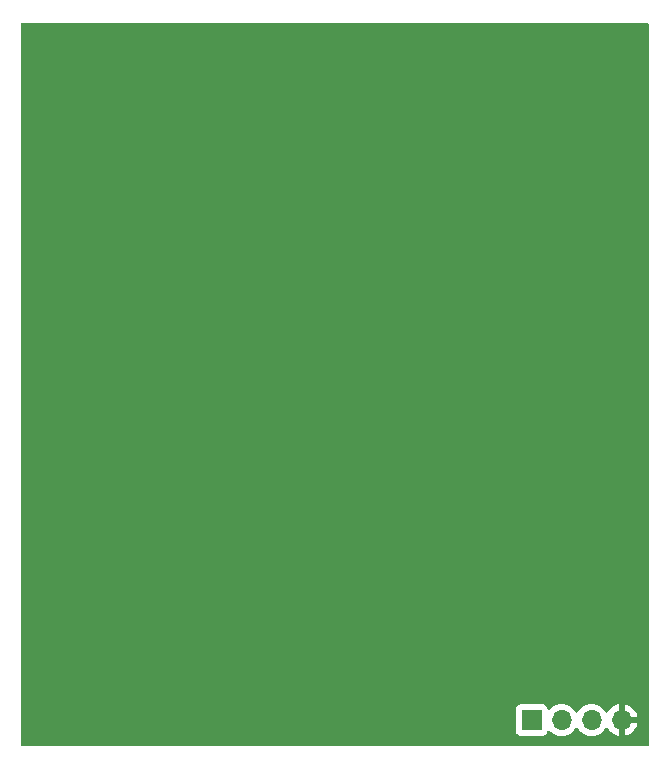
<source format=gbr>
%TF.GenerationSoftware,KiCad,Pcbnew,(7.0.0)*%
%TF.CreationDate,2023-10-03T11:42:16+02:00*%
%TF.ProjectId,Lichten-PCB,4c696368-7465-46e2-9d50-43422e6b6963,rev?*%
%TF.SameCoordinates,Original*%
%TF.FileFunction,Copper,L2,Bot*%
%TF.FilePolarity,Positive*%
%FSLAX46Y46*%
G04 Gerber Fmt 4.6, Leading zero omitted, Abs format (unit mm)*
G04 Created by KiCad (PCBNEW (7.0.0)) date 2023-10-03 11:42:16*
%MOMM*%
%LPD*%
G01*
G04 APERTURE LIST*
%TA.AperFunction,ComponentPad*%
%ADD10R,1.700000X1.700000*%
%TD*%
%TA.AperFunction,ComponentPad*%
%ADD11O,1.700000X1.700000*%
%TD*%
%TA.AperFunction,ViaPad*%
%ADD12C,0.800000*%
%TD*%
G04 APERTURE END LIST*
D10*
%TO.P,J1,1,Pin_1*%
%TO.N,+3V3*%
X161959999Y-129499999D03*
D11*
%TO.P,J1,2,Pin_2*%
%TO.N,DOUT*%
X164499999Y-129499999D03*
%TO.P,J1,3,Pin_3*%
%TO.N,DIN*%
X167039999Y-129499999D03*
%TO.P,J1,4,Pin_4*%
%TO.N,GND*%
X169579999Y-129499999D03*
%TD*%
D12*
%TO.N,GND*%
X127600000Y-94000000D03*
X160400000Y-76000000D03*
X139600000Y-107000000D03*
X130000000Y-76200000D03*
X150600000Y-71800000D03*
X122200000Y-83200000D03*
X126800000Y-123600000D03*
X160400000Y-82600000D03*
X150200000Y-92600000D03*
X169600000Y-71800000D03*
X150400000Y-102800000D03*
X161000000Y-106000000D03*
X135400000Y-77800000D03*
X125000000Y-77800000D03*
X126200000Y-108600000D03*
X121800000Y-103400000D03*
X166400000Y-107600000D03*
X150200000Y-123600000D03*
X170000000Y-125600000D03*
X129400000Y-86200000D03*
X130200000Y-71800000D03*
X145400000Y-86000000D03*
X149800000Y-117000000D03*
X160400000Y-101400000D03*
X130000000Y-112600000D03*
X120600000Y-77800000D03*
X160200000Y-117000000D03*
X140400000Y-92600000D03*
X155400000Y-77600000D03*
X124800000Y-98600000D03*
X145400000Y-77600000D03*
X135600000Y-86400000D03*
X127600000Y-114200000D03*
X140200000Y-97000000D03*
X135200000Y-123800000D03*
X140200000Y-103000000D03*
X145400000Y-123600000D03*
X169600000Y-113200000D03*
X165600000Y-85800000D03*
X129800000Y-117000000D03*
X160200000Y-96800000D03*
X125000000Y-118600000D03*
X123800000Y-87400000D03*
X130000000Y-103200000D03*
X130000000Y-97000000D03*
X166000000Y-123800000D03*
X132800000Y-83000000D03*
X166000000Y-117200000D03*
X139800000Y-86000000D03*
X155200000Y-86200000D03*
X160800000Y-71600000D03*
X166200000Y-98600000D03*
X168200000Y-82000000D03*
X129800000Y-123600000D03*
X160200000Y-86000000D03*
X140000000Y-123600000D03*
X155400000Y-116800000D03*
X150200000Y-76000000D03*
X155400000Y-118600000D03*
X167200000Y-102600000D03*
X140400000Y-71800000D03*
X139800000Y-117000000D03*
X150000000Y-106800000D03*
X156200000Y-108000000D03*
X160600000Y-92600000D03*
X145200000Y-107000000D03*
X149800000Y-86200000D03*
X125000000Y-82600000D03*
X150200000Y-112400000D03*
X150200000Y-82600000D03*
X122400000Y-113000000D03*
X135400000Y-98600000D03*
X140200000Y-112400000D03*
X160800000Y-113000000D03*
X145400000Y-118600000D03*
X145400000Y-98600000D03*
X140000000Y-76200000D03*
X163800000Y-77600000D03*
X155400000Y-98600000D03*
X135400000Y-118600000D03*
X129600000Y-107000000D03*
X136800000Y-108600000D03*
X160400000Y-123600000D03*
X140400000Y-82600000D03*
X130000000Y-92800000D03*
X161600000Y-110200000D03*
X150000000Y-96800000D03*
X155400000Y-123800000D03*
X120400000Y-71800000D03*
X169800000Y-93000000D03*
X170800000Y-102800000D03*
%TD*%
%TA.AperFunction,Conductor*%
%TO.N,GND*%
G36*
X171837500Y-70517113D02*
G01*
X171882887Y-70562500D01*
X171899500Y-70624500D01*
X171899500Y-131575500D01*
X171882887Y-131637500D01*
X171837500Y-131682887D01*
X171775500Y-131699500D01*
X118824500Y-131699500D01*
X118762500Y-131682887D01*
X118717113Y-131637500D01*
X118700500Y-131575500D01*
X118700500Y-130394578D01*
X160609500Y-130394578D01*
X160609501Y-130397872D01*
X160609853Y-130401150D01*
X160609854Y-130401161D01*
X160615079Y-130449768D01*
X160615080Y-130449773D01*
X160615909Y-130457483D01*
X160618619Y-130464749D01*
X160618620Y-130464753D01*
X160644552Y-130534278D01*
X160666204Y-130592331D01*
X160671518Y-130599430D01*
X160671519Y-130599431D01*
X160727367Y-130674035D01*
X160752454Y-130707546D01*
X160867669Y-130793796D01*
X161002517Y-130844091D01*
X161062127Y-130850500D01*
X162857872Y-130850499D01*
X162917483Y-130844091D01*
X163052331Y-130793796D01*
X163167546Y-130707546D01*
X163253796Y-130592331D01*
X163302810Y-130460916D01*
X163337789Y-130410537D01*
X163392634Y-130383084D01*
X163453927Y-130385273D01*
X163506673Y-130416568D01*
X163628599Y-130538495D01*
X163633031Y-130541598D01*
X163633033Y-130541600D01*
X163777260Y-130642589D01*
X163822170Y-130674035D01*
X164036337Y-130773903D01*
X164264592Y-130835063D01*
X164500000Y-130855659D01*
X164735408Y-130835063D01*
X164963663Y-130773903D01*
X165177830Y-130674035D01*
X165371401Y-130538495D01*
X165538495Y-130371401D01*
X165668424Y-130185842D01*
X165712743Y-130146976D01*
X165770000Y-130132965D01*
X165827257Y-130146976D01*
X165871575Y-130185842D01*
X165998395Y-130366961D01*
X165998401Y-130366968D01*
X166001505Y-130371401D01*
X166168599Y-130538495D01*
X166173031Y-130541598D01*
X166173033Y-130541600D01*
X166317260Y-130642589D01*
X166362170Y-130674035D01*
X166576337Y-130773903D01*
X166804592Y-130835063D01*
X167040000Y-130855659D01*
X167275408Y-130835063D01*
X167503663Y-130773903D01*
X167717830Y-130674035D01*
X167911401Y-130538495D01*
X168078495Y-130371401D01*
X168208730Y-130185405D01*
X168253048Y-130146540D01*
X168310305Y-130132529D01*
X168367562Y-130146540D01*
X168411880Y-130185405D01*
X168538784Y-130366643D01*
X168545721Y-130374909D01*
X168705090Y-130534278D01*
X168713356Y-130541215D01*
X168897991Y-130670498D01*
X168907323Y-130675886D01*
X169111602Y-130771143D01*
X169121736Y-130774831D01*
X169316219Y-130826943D01*
X169327448Y-130827311D01*
X169330000Y-130816369D01*
X169830000Y-130816369D01*
X169832551Y-130827311D01*
X169843780Y-130826943D01*
X170038263Y-130774831D01*
X170048397Y-130771143D01*
X170252676Y-130675886D01*
X170262008Y-130670498D01*
X170446643Y-130541215D01*
X170454909Y-130534278D01*
X170614278Y-130374909D01*
X170621215Y-130366643D01*
X170750498Y-130182008D01*
X170755886Y-130172676D01*
X170851143Y-129968397D01*
X170854831Y-129958263D01*
X170906943Y-129763780D01*
X170907311Y-129752551D01*
X170896369Y-129750000D01*
X169846326Y-129750000D01*
X169833450Y-129753450D01*
X169830000Y-129766326D01*
X169830000Y-130816369D01*
X169330000Y-130816369D01*
X169330000Y-129233674D01*
X169830000Y-129233674D01*
X169833450Y-129246549D01*
X169846326Y-129250000D01*
X170896369Y-129250000D01*
X170907311Y-129247448D01*
X170906943Y-129236219D01*
X170854831Y-129041736D01*
X170851143Y-129031602D01*
X170755889Y-128827332D01*
X170750491Y-128817982D01*
X170621215Y-128633357D01*
X170614280Y-128625092D01*
X170454909Y-128465721D01*
X170446643Y-128458784D01*
X170262008Y-128329501D01*
X170252676Y-128324113D01*
X170048397Y-128228856D01*
X170038263Y-128225168D01*
X169843780Y-128173056D01*
X169832551Y-128172688D01*
X169830000Y-128183631D01*
X169830000Y-129233674D01*
X169330000Y-129233674D01*
X169330000Y-128183631D01*
X169327448Y-128172688D01*
X169316219Y-128173056D01*
X169121736Y-128225168D01*
X169111602Y-128228856D01*
X168907332Y-128324110D01*
X168897982Y-128329508D01*
X168713357Y-128458784D01*
X168705092Y-128465719D01*
X168545719Y-128625092D01*
X168538788Y-128633352D01*
X168411880Y-128814596D01*
X168367562Y-128853461D01*
X168310305Y-128867472D01*
X168253048Y-128853461D01*
X168208730Y-128814595D01*
X168208425Y-128814159D01*
X168078495Y-128628599D01*
X167911401Y-128461505D01*
X167906970Y-128458402D01*
X167906966Y-128458399D01*
X167722259Y-128329066D01*
X167722257Y-128329064D01*
X167717830Y-128325965D01*
X167712933Y-128323681D01*
X167712927Y-128323678D01*
X167508572Y-128228386D01*
X167508570Y-128228385D01*
X167503663Y-128226097D01*
X167498438Y-128224697D01*
X167498430Y-128224694D01*
X167280634Y-128166337D01*
X167280630Y-128166336D01*
X167275408Y-128164937D01*
X167270020Y-128164465D01*
X167270017Y-128164465D01*
X167045395Y-128144813D01*
X167040000Y-128144341D01*
X167034605Y-128144813D01*
X166809982Y-128164465D01*
X166809977Y-128164465D01*
X166804592Y-128164937D01*
X166799371Y-128166335D01*
X166799365Y-128166337D01*
X166581569Y-128224694D01*
X166581557Y-128224698D01*
X166576337Y-128226097D01*
X166571432Y-128228383D01*
X166571427Y-128228386D01*
X166367081Y-128323675D01*
X166367077Y-128323677D01*
X166362171Y-128325965D01*
X166357738Y-128329068D01*
X166357731Y-128329073D01*
X166173034Y-128458399D01*
X166173029Y-128458402D01*
X166168599Y-128461505D01*
X166164775Y-128465328D01*
X166164769Y-128465334D01*
X166005334Y-128624769D01*
X166005328Y-128624775D01*
X166001505Y-128628599D01*
X165998402Y-128633029D01*
X165998399Y-128633034D01*
X165871575Y-128814159D01*
X165827257Y-128853025D01*
X165770000Y-128867036D01*
X165712743Y-128853025D01*
X165668425Y-128814159D01*
X165657327Y-128798310D01*
X165538495Y-128628599D01*
X165371401Y-128461505D01*
X165366970Y-128458402D01*
X165366966Y-128458399D01*
X165182259Y-128329066D01*
X165182257Y-128329064D01*
X165177830Y-128325965D01*
X165172933Y-128323681D01*
X165172927Y-128323678D01*
X164968572Y-128228386D01*
X164968570Y-128228385D01*
X164963663Y-128226097D01*
X164958438Y-128224697D01*
X164958430Y-128224694D01*
X164740634Y-128166337D01*
X164740630Y-128166336D01*
X164735408Y-128164937D01*
X164730020Y-128164465D01*
X164730017Y-128164465D01*
X164505395Y-128144813D01*
X164500000Y-128144341D01*
X164494605Y-128144813D01*
X164269982Y-128164465D01*
X164269977Y-128164465D01*
X164264592Y-128164937D01*
X164259371Y-128166335D01*
X164259365Y-128166337D01*
X164041569Y-128224694D01*
X164041557Y-128224698D01*
X164036337Y-128226097D01*
X164031432Y-128228383D01*
X164031427Y-128228386D01*
X163827081Y-128323675D01*
X163827077Y-128323677D01*
X163822171Y-128325965D01*
X163817738Y-128329068D01*
X163817731Y-128329073D01*
X163633034Y-128458399D01*
X163633029Y-128458402D01*
X163628599Y-128461505D01*
X163624774Y-128465329D01*
X163624775Y-128465329D01*
X163506673Y-128583431D01*
X163453926Y-128614726D01*
X163392633Y-128616915D01*
X163337789Y-128589462D01*
X163302810Y-128539082D01*
X163275304Y-128465336D01*
X163253796Y-128407669D01*
X163167546Y-128292454D01*
X163077030Y-128224694D01*
X163059431Y-128211519D01*
X163059430Y-128211518D01*
X163052331Y-128206204D01*
X162945442Y-128166337D01*
X162924752Y-128158620D01*
X162924750Y-128158619D01*
X162917483Y-128155909D01*
X162909770Y-128155079D01*
X162909767Y-128155079D01*
X162861180Y-128149855D01*
X162861169Y-128149854D01*
X162857873Y-128149500D01*
X162854550Y-128149500D01*
X161065439Y-128149500D01*
X161065420Y-128149500D01*
X161062128Y-128149501D01*
X161058850Y-128149853D01*
X161058838Y-128149854D01*
X161010231Y-128155079D01*
X161010225Y-128155080D01*
X161002517Y-128155909D01*
X160995252Y-128158618D01*
X160995246Y-128158620D01*
X160875980Y-128203104D01*
X160875978Y-128203104D01*
X160867669Y-128206204D01*
X160860572Y-128211516D01*
X160860568Y-128211519D01*
X160759550Y-128287141D01*
X160759546Y-128287144D01*
X160752454Y-128292454D01*
X160747144Y-128299546D01*
X160747141Y-128299550D01*
X160671519Y-128400568D01*
X160671516Y-128400572D01*
X160666204Y-128407669D01*
X160663104Y-128415978D01*
X160663104Y-128415980D01*
X160618620Y-128535247D01*
X160618619Y-128535250D01*
X160615909Y-128542517D01*
X160615079Y-128550227D01*
X160615079Y-128550232D01*
X160609855Y-128598819D01*
X160609854Y-128598831D01*
X160609500Y-128602127D01*
X160609500Y-128605448D01*
X160609500Y-128605449D01*
X160609500Y-130394560D01*
X160609500Y-130394578D01*
X118700500Y-130394578D01*
X118700500Y-70624500D01*
X118717113Y-70562500D01*
X118762500Y-70517113D01*
X118824500Y-70500500D01*
X171775500Y-70500500D01*
X171837500Y-70517113D01*
G37*
%TD.AperFunction*%
%TD*%
M02*

</source>
